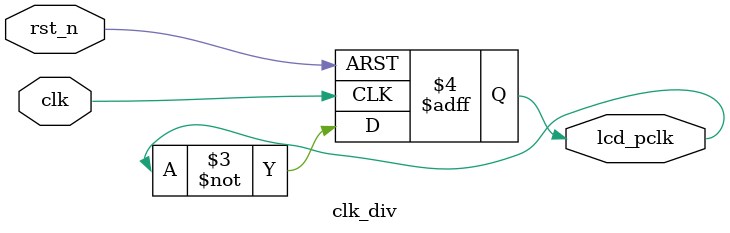
<source format=v>
module clk_div(         //Ê±ÖÓ2·ÖÆµ
    input               clk,          //50Mhz
    input               rst_n,
    output  reg         lcd_pclk
    );

//*****************************************************
//**                    main code
//*****************************************************

//Ê±ÖÓ2·ÖÆµ Êä³ö25MHzÊ±ÖÓ 
always @(posedge clk or negedge rst_n) begin
    if(!rst_n)
        lcd_pclk <= 1'b0;
    else
        lcd_pclk <= ~lcd_pclk;
end

endmodule

</source>
